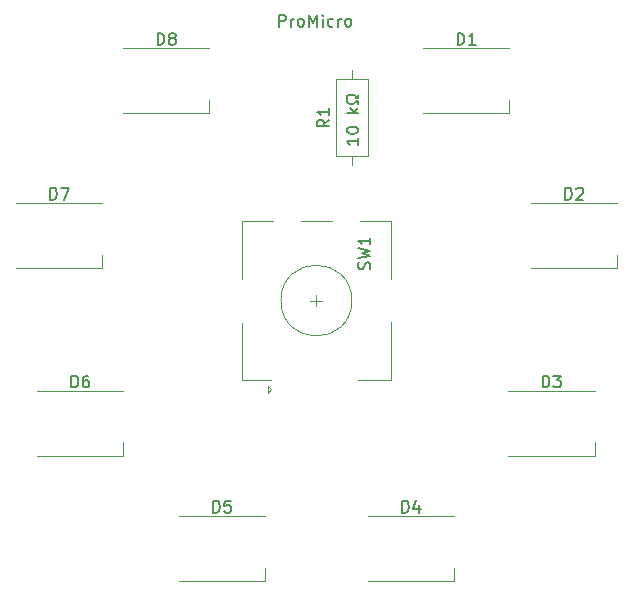
<source format=gbr>
%TF.GenerationSoftware,KiCad,Pcbnew,(5.1.10)-1*%
%TF.CreationDate,2021-11-16T11:27:34+01:00*%
%TF.ProjectId,VolumeKnob,566f6c75-6d65-44b6-9e6f-622e6b696361,rev?*%
%TF.SameCoordinates,Original*%
%TF.FileFunction,Legend,Top*%
%TF.FilePolarity,Positive*%
%FSLAX46Y46*%
G04 Gerber Fmt 4.6, Leading zero omitted, Abs format (unit mm)*
G04 Created by KiCad (PCBNEW (5.1.10)-1) date 2021-11-16 11:27:34*
%MOMM*%
%LPD*%
G01*
G04 APERTURE LIST*
%ADD10C,0.120000*%
%ADD11C,0.150000*%
G04 APERTURE END LIST*
D10*
%TO.C,SW1*%
X79500000Y-75300000D02*
X79500000Y-74300000D01*
X79000000Y-74800000D02*
X80000000Y-74800000D01*
X83200000Y-68100000D02*
X85800000Y-68100000D01*
X78200000Y-68100000D02*
X80800000Y-68100000D01*
X73200000Y-68100000D02*
X75800000Y-68100000D01*
X75400000Y-82000000D02*
X75700000Y-82300000D01*
X75400000Y-82600000D02*
X75400000Y-82000000D01*
X75700000Y-82300000D02*
X75400000Y-82600000D01*
X73200000Y-81500000D02*
X75700000Y-81500000D01*
X73200000Y-76700000D02*
X73200000Y-81500000D01*
X85800000Y-81500000D02*
X83000000Y-81500000D01*
X85800000Y-76600000D02*
X85800000Y-81500000D01*
X85800000Y-68100000D02*
X85800000Y-73000000D01*
X73200000Y-73000000D02*
X73200000Y-68100000D01*
X82500000Y-74800000D02*
G75*
G03*
X82500000Y-74800000I-3000000J0D01*
G01*
%TO.C,D8*%
X70450000Y-58950000D02*
X70450000Y-57800000D01*
X63150000Y-58950000D02*
X70450000Y-58950000D01*
X63150000Y-53450000D02*
X70450000Y-53450000D01*
%TO.C,R1*%
X82500000Y-55280000D02*
X82500000Y-56050000D01*
X82500000Y-63360000D02*
X82500000Y-62590000D01*
X81130000Y-56050000D02*
X81130000Y-62590000D01*
X83870000Y-56050000D02*
X81130000Y-56050000D01*
X83870000Y-62590000D02*
X83870000Y-56050000D01*
X81130000Y-62590000D02*
X83870000Y-62590000D01*
%TO.C,D7*%
X61350000Y-72050000D02*
X61350000Y-70900000D01*
X54050000Y-72050000D02*
X61350000Y-72050000D01*
X54050000Y-66550000D02*
X61350000Y-66550000D01*
%TO.C,D6*%
X63150000Y-87950000D02*
X63150000Y-86800000D01*
X55850000Y-87950000D02*
X63150000Y-87950000D01*
X55850000Y-82450000D02*
X63150000Y-82450000D01*
%TO.C,D5*%
X75150000Y-98550000D02*
X75150000Y-97400000D01*
X67850000Y-98550000D02*
X75150000Y-98550000D01*
X67850000Y-93050000D02*
X75150000Y-93050000D01*
%TO.C,D4*%
X91150000Y-98550000D02*
X91150000Y-97400000D01*
X83850000Y-98550000D02*
X91150000Y-98550000D01*
X83850000Y-93050000D02*
X91150000Y-93050000D01*
%TO.C,D3*%
X103050000Y-87950000D02*
X103050000Y-86800000D01*
X95750000Y-87950000D02*
X103050000Y-87950000D01*
X95750000Y-82450000D02*
X103050000Y-82450000D01*
%TO.C,D2*%
X104950000Y-72050000D02*
X104950000Y-70900000D01*
X97650000Y-72050000D02*
X104950000Y-72050000D01*
X97650000Y-66550000D02*
X104950000Y-66550000D01*
%TO.C,D1*%
X95850000Y-58950000D02*
X95850000Y-57800000D01*
X88550000Y-58950000D02*
X95850000Y-58950000D01*
X88550000Y-53450000D02*
X95850000Y-53450000D01*
%TO.C,SW1*%
D11*
X84004761Y-72133333D02*
X84052380Y-71990476D01*
X84052380Y-71752380D01*
X84004761Y-71657142D01*
X83957142Y-71609523D01*
X83861904Y-71561904D01*
X83766666Y-71561904D01*
X83671428Y-71609523D01*
X83623809Y-71657142D01*
X83576190Y-71752380D01*
X83528571Y-71942857D01*
X83480952Y-72038095D01*
X83433333Y-72085714D01*
X83338095Y-72133333D01*
X83242857Y-72133333D01*
X83147619Y-72085714D01*
X83100000Y-72038095D01*
X83052380Y-71942857D01*
X83052380Y-71704761D01*
X83100000Y-71561904D01*
X83052380Y-71228571D02*
X84052380Y-70990476D01*
X83338095Y-70800000D01*
X84052380Y-70609523D01*
X83052380Y-70371428D01*
X84052380Y-69466666D02*
X84052380Y-70038095D01*
X84052380Y-69752380D02*
X83052380Y-69752380D01*
X83195238Y-69847619D01*
X83290476Y-69942857D01*
X83338095Y-70038095D01*
%TO.C,D8*%
X66061904Y-53152380D02*
X66061904Y-52152380D01*
X66300000Y-52152380D01*
X66442857Y-52200000D01*
X66538095Y-52295238D01*
X66585714Y-52390476D01*
X66633333Y-52580952D01*
X66633333Y-52723809D01*
X66585714Y-52914285D01*
X66538095Y-53009523D01*
X66442857Y-53104761D01*
X66300000Y-53152380D01*
X66061904Y-53152380D01*
X67204761Y-52580952D02*
X67109523Y-52533333D01*
X67061904Y-52485714D01*
X67014285Y-52390476D01*
X67014285Y-52342857D01*
X67061904Y-52247619D01*
X67109523Y-52200000D01*
X67204761Y-52152380D01*
X67395238Y-52152380D01*
X67490476Y-52200000D01*
X67538095Y-52247619D01*
X67585714Y-52342857D01*
X67585714Y-52390476D01*
X67538095Y-52485714D01*
X67490476Y-52533333D01*
X67395238Y-52580952D01*
X67204761Y-52580952D01*
X67109523Y-52628571D01*
X67061904Y-52676190D01*
X67014285Y-52771428D01*
X67014285Y-52961904D01*
X67061904Y-53057142D01*
X67109523Y-53104761D01*
X67204761Y-53152380D01*
X67395238Y-53152380D01*
X67490476Y-53104761D01*
X67538095Y-53057142D01*
X67585714Y-52961904D01*
X67585714Y-52771428D01*
X67538095Y-52676190D01*
X67490476Y-52628571D01*
X67395238Y-52580952D01*
%TO.C,R1*%
X80582380Y-59486666D02*
X80106190Y-59820000D01*
X80582380Y-60058095D02*
X79582380Y-60058095D01*
X79582380Y-59677142D01*
X79630000Y-59581904D01*
X79677619Y-59534285D01*
X79772857Y-59486666D01*
X79915714Y-59486666D01*
X80010952Y-59534285D01*
X80058571Y-59581904D01*
X80106190Y-59677142D01*
X80106190Y-60058095D01*
X80582380Y-58534285D02*
X80582380Y-59105714D01*
X80582380Y-58820000D02*
X79582380Y-58820000D01*
X79725238Y-58915238D01*
X79820476Y-59010476D01*
X79868095Y-59105714D01*
X83052380Y-61038571D02*
X83052380Y-61610000D01*
X83052380Y-61324285D02*
X82052380Y-61324285D01*
X82195238Y-61419523D01*
X82290476Y-61514761D01*
X82338095Y-61610000D01*
X82052380Y-60419523D02*
X82052380Y-60324285D01*
X82100000Y-60229047D01*
X82147619Y-60181428D01*
X82242857Y-60133809D01*
X82433333Y-60086190D01*
X82671428Y-60086190D01*
X82861904Y-60133809D01*
X82957142Y-60181428D01*
X83004761Y-60229047D01*
X83052380Y-60324285D01*
X83052380Y-60419523D01*
X83004761Y-60514761D01*
X82957142Y-60562380D01*
X82861904Y-60610000D01*
X82671428Y-60657619D01*
X82433333Y-60657619D01*
X82242857Y-60610000D01*
X82147619Y-60562380D01*
X82100000Y-60514761D01*
X82052380Y-60419523D01*
X83052380Y-58895714D02*
X82052380Y-58895714D01*
X82671428Y-58800476D02*
X83052380Y-58514761D01*
X82385714Y-58514761D02*
X82766666Y-58895714D01*
X83052380Y-58133809D02*
X83052380Y-57895714D01*
X82861904Y-57895714D01*
X82814285Y-57990952D01*
X82719047Y-58086190D01*
X82576190Y-58133809D01*
X82338095Y-58133809D01*
X82195238Y-58086190D01*
X82100000Y-57990952D01*
X82052380Y-57848095D01*
X82052380Y-57657619D01*
X82100000Y-57514761D01*
X82195238Y-57419523D01*
X82338095Y-57371904D01*
X82576190Y-57371904D01*
X82719047Y-57419523D01*
X82814285Y-57514761D01*
X82861904Y-57610000D01*
X83052380Y-57610000D01*
X83052380Y-57371904D01*
%TO.C,U1*%
X76356190Y-51602380D02*
X76356190Y-50602380D01*
X76737142Y-50602380D01*
X76832380Y-50650000D01*
X76880000Y-50697619D01*
X76927619Y-50792857D01*
X76927619Y-50935714D01*
X76880000Y-51030952D01*
X76832380Y-51078571D01*
X76737142Y-51126190D01*
X76356190Y-51126190D01*
X77356190Y-51602380D02*
X77356190Y-50935714D01*
X77356190Y-51126190D02*
X77403809Y-51030952D01*
X77451428Y-50983333D01*
X77546666Y-50935714D01*
X77641904Y-50935714D01*
X78118095Y-51602380D02*
X78022857Y-51554761D01*
X77975238Y-51507142D01*
X77927619Y-51411904D01*
X77927619Y-51126190D01*
X77975238Y-51030952D01*
X78022857Y-50983333D01*
X78118095Y-50935714D01*
X78260952Y-50935714D01*
X78356190Y-50983333D01*
X78403809Y-51030952D01*
X78451428Y-51126190D01*
X78451428Y-51411904D01*
X78403809Y-51507142D01*
X78356190Y-51554761D01*
X78260952Y-51602380D01*
X78118095Y-51602380D01*
X78880000Y-51602380D02*
X78880000Y-50602380D01*
X79213333Y-51316666D01*
X79546666Y-50602380D01*
X79546666Y-51602380D01*
X80022857Y-51602380D02*
X80022857Y-50935714D01*
X80022857Y-50602380D02*
X79975238Y-50650000D01*
X80022857Y-50697619D01*
X80070476Y-50650000D01*
X80022857Y-50602380D01*
X80022857Y-50697619D01*
X80927619Y-51554761D02*
X80832380Y-51602380D01*
X80641904Y-51602380D01*
X80546666Y-51554761D01*
X80499047Y-51507142D01*
X80451428Y-51411904D01*
X80451428Y-51126190D01*
X80499047Y-51030952D01*
X80546666Y-50983333D01*
X80641904Y-50935714D01*
X80832380Y-50935714D01*
X80927619Y-50983333D01*
X81356190Y-51602380D02*
X81356190Y-50935714D01*
X81356190Y-51126190D02*
X81403809Y-51030952D01*
X81451428Y-50983333D01*
X81546666Y-50935714D01*
X81641904Y-50935714D01*
X82118095Y-51602380D02*
X82022857Y-51554761D01*
X81975238Y-51507142D01*
X81927619Y-51411904D01*
X81927619Y-51126190D01*
X81975238Y-51030952D01*
X82022857Y-50983333D01*
X82118095Y-50935714D01*
X82260952Y-50935714D01*
X82356190Y-50983333D01*
X82403809Y-51030952D01*
X82451428Y-51126190D01*
X82451428Y-51411904D01*
X82403809Y-51507142D01*
X82356190Y-51554761D01*
X82260952Y-51602380D01*
X82118095Y-51602380D01*
%TO.C,D7*%
X56961904Y-66252380D02*
X56961904Y-65252380D01*
X57200000Y-65252380D01*
X57342857Y-65300000D01*
X57438095Y-65395238D01*
X57485714Y-65490476D01*
X57533333Y-65680952D01*
X57533333Y-65823809D01*
X57485714Y-66014285D01*
X57438095Y-66109523D01*
X57342857Y-66204761D01*
X57200000Y-66252380D01*
X56961904Y-66252380D01*
X57866666Y-65252380D02*
X58533333Y-65252380D01*
X58104761Y-66252380D01*
%TO.C,D6*%
X58761904Y-82152380D02*
X58761904Y-81152380D01*
X59000000Y-81152380D01*
X59142857Y-81200000D01*
X59238095Y-81295238D01*
X59285714Y-81390476D01*
X59333333Y-81580952D01*
X59333333Y-81723809D01*
X59285714Y-81914285D01*
X59238095Y-82009523D01*
X59142857Y-82104761D01*
X59000000Y-82152380D01*
X58761904Y-82152380D01*
X60190476Y-81152380D02*
X60000000Y-81152380D01*
X59904761Y-81200000D01*
X59857142Y-81247619D01*
X59761904Y-81390476D01*
X59714285Y-81580952D01*
X59714285Y-81961904D01*
X59761904Y-82057142D01*
X59809523Y-82104761D01*
X59904761Y-82152380D01*
X60095238Y-82152380D01*
X60190476Y-82104761D01*
X60238095Y-82057142D01*
X60285714Y-81961904D01*
X60285714Y-81723809D01*
X60238095Y-81628571D01*
X60190476Y-81580952D01*
X60095238Y-81533333D01*
X59904761Y-81533333D01*
X59809523Y-81580952D01*
X59761904Y-81628571D01*
X59714285Y-81723809D01*
%TO.C,D5*%
X70761904Y-92752380D02*
X70761904Y-91752380D01*
X71000000Y-91752380D01*
X71142857Y-91800000D01*
X71238095Y-91895238D01*
X71285714Y-91990476D01*
X71333333Y-92180952D01*
X71333333Y-92323809D01*
X71285714Y-92514285D01*
X71238095Y-92609523D01*
X71142857Y-92704761D01*
X71000000Y-92752380D01*
X70761904Y-92752380D01*
X72238095Y-91752380D02*
X71761904Y-91752380D01*
X71714285Y-92228571D01*
X71761904Y-92180952D01*
X71857142Y-92133333D01*
X72095238Y-92133333D01*
X72190476Y-92180952D01*
X72238095Y-92228571D01*
X72285714Y-92323809D01*
X72285714Y-92561904D01*
X72238095Y-92657142D01*
X72190476Y-92704761D01*
X72095238Y-92752380D01*
X71857142Y-92752380D01*
X71761904Y-92704761D01*
X71714285Y-92657142D01*
%TO.C,D4*%
X86761904Y-92752380D02*
X86761904Y-91752380D01*
X87000000Y-91752380D01*
X87142857Y-91800000D01*
X87238095Y-91895238D01*
X87285714Y-91990476D01*
X87333333Y-92180952D01*
X87333333Y-92323809D01*
X87285714Y-92514285D01*
X87238095Y-92609523D01*
X87142857Y-92704761D01*
X87000000Y-92752380D01*
X86761904Y-92752380D01*
X88190476Y-92085714D02*
X88190476Y-92752380D01*
X87952380Y-91704761D02*
X87714285Y-92419047D01*
X88333333Y-92419047D01*
%TO.C,D3*%
X98661904Y-82152380D02*
X98661904Y-81152380D01*
X98900000Y-81152380D01*
X99042857Y-81200000D01*
X99138095Y-81295238D01*
X99185714Y-81390476D01*
X99233333Y-81580952D01*
X99233333Y-81723809D01*
X99185714Y-81914285D01*
X99138095Y-82009523D01*
X99042857Y-82104761D01*
X98900000Y-82152380D01*
X98661904Y-82152380D01*
X99566666Y-81152380D02*
X100185714Y-81152380D01*
X99852380Y-81533333D01*
X99995238Y-81533333D01*
X100090476Y-81580952D01*
X100138095Y-81628571D01*
X100185714Y-81723809D01*
X100185714Y-81961904D01*
X100138095Y-82057142D01*
X100090476Y-82104761D01*
X99995238Y-82152380D01*
X99709523Y-82152380D01*
X99614285Y-82104761D01*
X99566666Y-82057142D01*
%TO.C,D2*%
X100561904Y-66252380D02*
X100561904Y-65252380D01*
X100800000Y-65252380D01*
X100942857Y-65300000D01*
X101038095Y-65395238D01*
X101085714Y-65490476D01*
X101133333Y-65680952D01*
X101133333Y-65823809D01*
X101085714Y-66014285D01*
X101038095Y-66109523D01*
X100942857Y-66204761D01*
X100800000Y-66252380D01*
X100561904Y-66252380D01*
X101514285Y-65347619D02*
X101561904Y-65300000D01*
X101657142Y-65252380D01*
X101895238Y-65252380D01*
X101990476Y-65300000D01*
X102038095Y-65347619D01*
X102085714Y-65442857D01*
X102085714Y-65538095D01*
X102038095Y-65680952D01*
X101466666Y-66252380D01*
X102085714Y-66252380D01*
%TO.C,D1*%
X91461904Y-53152380D02*
X91461904Y-52152380D01*
X91700000Y-52152380D01*
X91842857Y-52200000D01*
X91938095Y-52295238D01*
X91985714Y-52390476D01*
X92033333Y-52580952D01*
X92033333Y-52723809D01*
X91985714Y-52914285D01*
X91938095Y-53009523D01*
X91842857Y-53104761D01*
X91700000Y-53152380D01*
X91461904Y-53152380D01*
X92985714Y-53152380D02*
X92414285Y-53152380D01*
X92700000Y-53152380D02*
X92700000Y-52152380D01*
X92604761Y-52295238D01*
X92509523Y-52390476D01*
X92414285Y-52438095D01*
%TD*%
M02*

</source>
